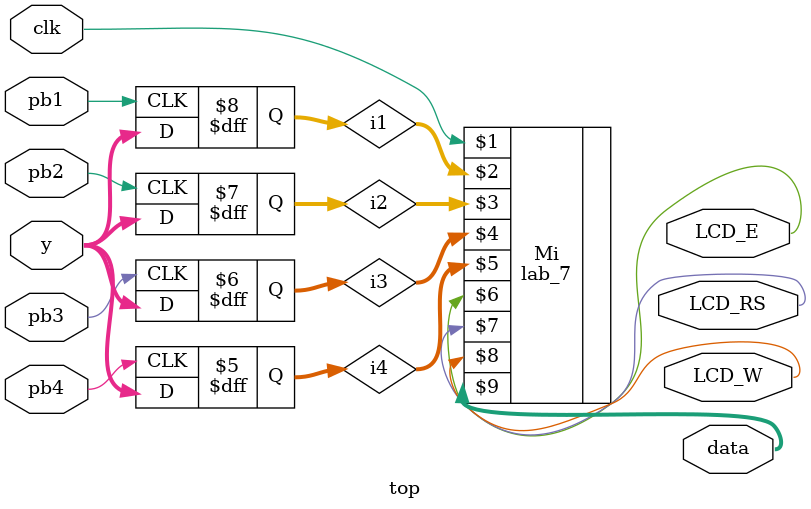
<source format=v>
`timescale 1ns / 1ps
module top(clk,pb1,pb2,pb3,pb4,y,LCD_RS,LCD_W,LCD_E,data);
reg [3:0] i1,i2,i3,i4;
input [3:0] y;
input pb1,pb2,pb3,pb4,clk;
output LCD_RS,LCD_W,LCD_E;
output [3:0] data;
always@(posedge pb1)
i1<=y;
always@(posedge pb2)
i2<=y;
always@(posedge pb3)
i3<=y;
always@(posedge pb4)
i4<=y;
lab_7 Mi(clk,i1,i2,i3,i4,LCD_E,LCD_RS,LCD_W,data);
endmodule

</source>
